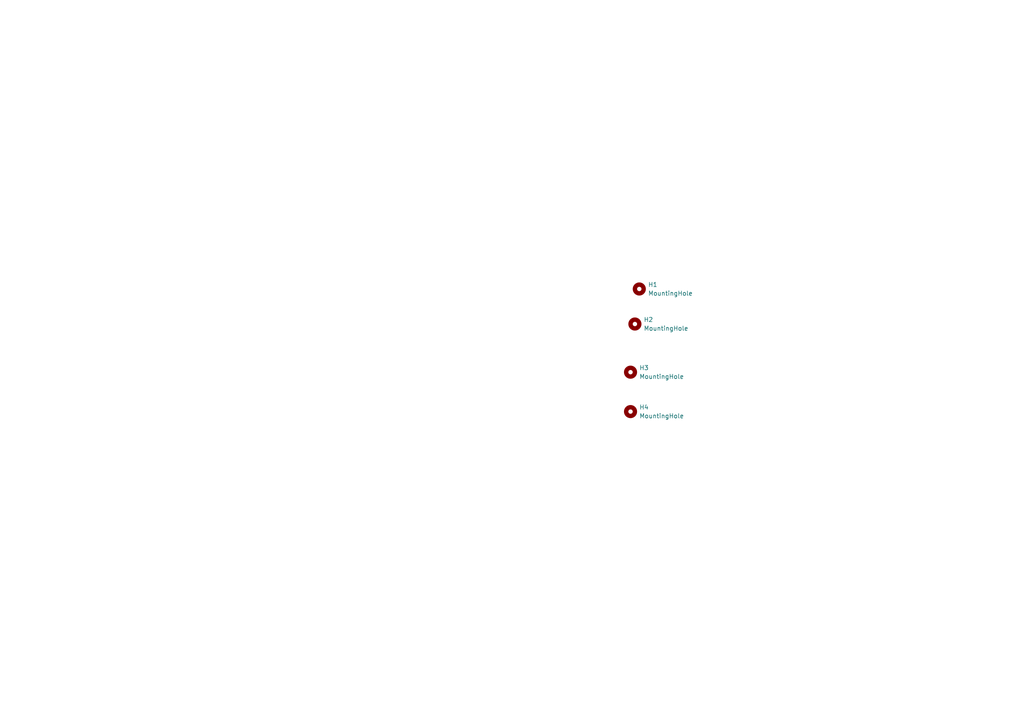
<source format=kicad_sch>
(kicad_sch (version 20230121) (generator eeschema)
  (paper "A4")
  (lib_symbols
    (symbol "Mechanical:MountingHole" (pin_names (offset 1.016))
      (property "Reference" "H" (at 0 5.08 0))
      (property "Value" "MountingHole" (at 0 3.175 0))
      (symbol "MountingHole_0_1"
        (circle (center 0 0) (radius 1.27) (stroke (width 1.27)))
      )
    )
  )
  (symbol (lib_id "Mechanical:MountingHole") (at 182.88 107.95 0) (unit 1)
    (property "Reference" "H3" (at 185.42 106.68 0) (effects (justify left)))
    (property "Value" "MountingHole" (at 185.42 109.22 0) (effects (justify left)))
    (property "Footprint" "MountingHole:MountingHole_3.2mm_M3_ISO7380" (effects hide))
  )
  (symbol (lib_id "Mechanical:MountingHole") (at 184.15 93.98 0) (unit 1)
    (property "Reference" "H2" (at 186.69 92.71 0) (effects (justify left)))
    (property "Value" "MountingHole" (at 186.69 95.25 0) (effects (justify left)))
    (property "Footprint" "MountingHole:MountingHole_3.2mm_M3_ISO7380" (effects hide))
  )
  (symbol (lib_id "Mechanical:MountingHole") (at 182.88 119.38 0) (unit 1)
    (property "Reference" "H4" (at 185.42 118.11 0) (effects (justify left)))
    (property "Value" "MountingHole" (at 185.42 120.65 0) (effects (justify left)))
    (property "Footprint" "MountingHole:MountingHole_3.2mm_M3_ISO7380" (effects hide))
  )
  (symbol (lib_id "Mechanical:MountingHole") (at 185.42 83.82 0) (unit 1)
    (property "Reference" "H1" (at 187.96 82.55 0) (effects (justify left)))
    (property "Value" "MountingHole" (at 187.96 85.09 0) (effects (justify left)))
    (property "Footprint" "MountingHole:MountingHole_3.2mm_M3_ISO7380" (effects hide))
  )
)
</source>
